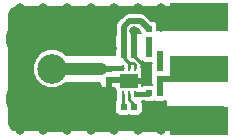
<source format=gtl>
G04 #@! TF.FileFunction,Copper,L1,Top,Signal*
%FSLAX46Y46*%
G04 Gerber Fmt 4.6, Leading zero omitted, Abs format (unit mm)*
G04 Created by KiCad (PCBNEW 4.1.0-alpha+201605071002+6776~44~ubuntu14.04.1-product) date Mon 30 May 2016 00:28:20 BST*
%MOMM*%
%LPD*%
G01*
G04 APERTURE LIST*
%ADD10C,0.100000*%
%ADD11R,0.620000X0.620000*%
%ADD12R,0.280000X0.500000*%
%ADD13R,0.500000X0.500000*%
%ADD14R,1.500000X1.280000*%
%ADD15C,2.500000*%
%ADD16C,2.800000*%
%ADD17R,5.000000X2.300000*%
%ADD18R,5.000000X2.400000*%
%ADD19C,0.800000*%
%ADD20C,0.500000*%
%ADD21C,0.250000*%
%ADD22C,0.400000*%
%ADD23C,0.450000*%
%ADD24C,1.000000*%
%ADD25C,0.200000*%
G04 APERTURE END LIST*
D10*
D11*
X136050000Y-97650000D03*
X136950000Y-97650000D03*
X136050000Y-98850000D03*
X136950000Y-98850000D03*
X138200000Y-102050000D03*
X139100000Y-102050000D03*
D12*
X137040000Y-99960000D03*
X136500000Y-99960000D03*
X135960000Y-99960000D03*
X135960000Y-102140000D03*
X136500000Y-102140000D03*
X137040000Y-102140000D03*
D13*
X136850000Y-100700000D03*
X136150000Y-100700000D03*
X136850000Y-101400000D03*
X136150000Y-101400000D03*
D14*
X136500000Y-101050000D03*
D11*
X134800000Y-100050000D03*
X134800000Y-100950000D03*
X136050000Y-103250000D03*
X136950000Y-103250000D03*
X138200000Y-96650000D03*
X138200000Y-97550000D03*
X138200000Y-98750000D03*
X139100000Y-98750000D03*
X139100000Y-99950000D03*
X139100000Y-100850000D03*
D15*
X130000000Y-100000000D03*
D16*
X132540000Y-102540000D03*
X132540000Y-97460000D03*
X127460000Y-102540000D03*
X127460000Y-97460000D03*
D17*
X142450000Y-100000000D03*
D18*
X142450000Y-95625000D03*
X142450000Y-104375000D03*
D19*
X134750000Y-96950000D03*
X134700000Y-98425000D03*
X138025000Y-103550000D03*
X134800000Y-103450000D03*
X127250000Y-94850000D03*
X129250000Y-94850000D03*
X131250000Y-94850000D03*
X133250000Y-94850000D03*
X135250000Y-94850000D03*
X137250000Y-94850000D03*
X127250000Y-105150000D03*
X129250000Y-105150000D03*
X131250000Y-105150000D03*
X133250000Y-105150000D03*
X135250000Y-105150000D03*
X137250000Y-105150000D03*
X137900000Y-99863590D03*
X136950000Y-96800000D03*
X137900000Y-101050000D03*
X134800000Y-101950000D03*
X139250000Y-105150000D03*
X139250000Y-103550000D03*
X139250000Y-104350000D03*
X139250000Y-96450000D03*
X139250000Y-94850000D03*
X139250000Y-95650000D03*
D20*
X138200000Y-96650000D02*
X137499999Y-95949999D01*
X137499999Y-95949999D02*
X136541999Y-95949999D01*
X136541999Y-95949999D02*
X136050000Y-96441998D01*
X136050000Y-96441998D02*
X136050000Y-96840000D01*
X136050000Y-96840000D02*
X136050000Y-97650000D01*
D21*
X137040000Y-99960000D02*
X137040000Y-99640000D01*
X137040000Y-99640000D02*
X136924998Y-99524998D01*
X136924998Y-99524998D02*
X136500000Y-99524998D01*
X136500000Y-99960000D02*
X136500000Y-99524998D01*
X136500000Y-99524998D02*
X136050000Y-99074998D01*
X136050000Y-99074998D02*
X136050000Y-98850000D01*
D20*
X136050000Y-97650000D02*
X136050000Y-98850000D01*
X134750000Y-96950000D02*
X134750000Y-98375000D01*
X134750000Y-96375000D02*
X134750000Y-96950000D01*
X135250000Y-94850000D02*
X135250000Y-95875000D01*
X135250000Y-95875000D02*
X134750000Y-96375000D01*
X134750000Y-98375000D02*
X134700000Y-98425000D01*
X139250000Y-103550000D02*
X138025000Y-103550000D01*
X134800000Y-101950000D02*
X134800000Y-103450000D01*
X136950000Y-97650000D02*
X136950000Y-98850000D01*
D21*
X131250000Y-94850000D02*
X129250000Y-94850000D01*
X135250000Y-94850000D02*
X133250000Y-94850000D01*
X139250000Y-94850000D02*
X137250000Y-94850000D01*
X139250000Y-94850000D02*
X139250000Y-95650000D01*
X131250000Y-105150000D02*
X129250000Y-105150000D01*
X135250000Y-105150000D02*
X133250000Y-105150000D01*
X139250000Y-105150000D02*
X137250000Y-105150000D01*
X137900000Y-101050000D02*
X137900000Y-99863590D01*
X136950000Y-98850000D02*
X136950000Y-98913590D01*
X136950000Y-98913590D02*
X137900000Y-99863590D01*
D20*
X136950000Y-97650000D02*
X136950000Y-96800000D01*
X136500000Y-101050000D02*
X137900000Y-101050000D01*
X134800000Y-100950000D02*
X136400000Y-100950000D01*
X136400000Y-100950000D02*
X136500000Y-101050000D01*
X134800000Y-100950000D02*
X134800000Y-101950000D01*
X139250000Y-104350000D02*
X139250000Y-103550000D01*
X142450000Y-104375000D02*
X139275000Y-104375000D01*
X139275000Y-104375000D02*
X139250000Y-104350000D01*
X142450000Y-95625000D02*
X139275000Y-95625000D01*
X139275000Y-95625000D02*
X139250000Y-95600000D01*
D21*
X137040000Y-102140000D02*
X137140000Y-102140000D01*
D22*
X137140000Y-102140000D02*
X138110000Y-102140000D01*
X138110000Y-102140000D02*
X138200000Y-102050000D01*
D20*
X139100000Y-100850000D02*
X139100000Y-102050000D01*
X139100000Y-100850000D02*
X141600000Y-100850000D01*
X141600000Y-100850000D02*
X142450000Y-100000000D01*
D21*
X134150000Y-100000000D02*
X134200000Y-100050000D01*
X134200000Y-100050000D02*
X134800000Y-100050000D01*
D23*
X135810000Y-99960000D02*
X134790000Y-99960000D01*
D21*
X135960000Y-99960000D02*
X135810000Y-99960000D01*
D24*
X130000000Y-100000000D02*
X134150000Y-100000000D01*
D22*
X134890000Y-99960000D02*
X134800000Y-100050000D01*
D20*
X134750000Y-100000000D02*
X134800000Y-100050000D01*
D21*
X135960000Y-102140000D02*
X135960000Y-103160000D01*
X135960000Y-103160000D02*
X136050000Y-103250000D01*
X136950000Y-103250000D02*
X136950000Y-103025002D01*
X136950000Y-103025002D02*
X136500000Y-102575002D01*
X136500000Y-102575002D02*
X136500000Y-102140000D01*
D20*
X138200000Y-97550000D02*
X138200000Y-98750000D01*
X139100000Y-98750000D02*
X139100000Y-99950000D01*
D25*
G36*
X144545000Y-96750000D02*
X138917836Y-96750000D01*
X138917836Y-96340000D01*
X138886791Y-96183928D01*
X138798384Y-96051616D01*
X138666072Y-95963209D01*
X138510000Y-95932164D01*
X138401402Y-95932164D01*
X137959618Y-95490380D01*
X137748744Y-95349477D01*
X137707475Y-95341268D01*
X137499999Y-95299999D01*
X136541999Y-95299999D01*
X136293255Y-95349477D01*
X136082380Y-95490379D01*
X135590381Y-95982379D01*
X135449478Y-96193253D01*
X135449478Y-96193254D01*
X135400000Y-96441998D01*
X135400000Y-97128866D01*
X135363209Y-97183928D01*
X135332164Y-97340000D01*
X135332164Y-97960000D01*
X135363209Y-98116072D01*
X135400000Y-98171134D01*
X135400000Y-98328866D01*
X135363209Y-98383928D01*
X135332164Y-98540000D01*
X135332164Y-98800000D01*
X131133511Y-98800000D01*
X130935870Y-98602014D01*
X130329645Y-98350287D01*
X129673235Y-98349715D01*
X129066571Y-98600383D01*
X128602014Y-99064130D01*
X128350287Y-99670355D01*
X128349715Y-100326765D01*
X128600383Y-100933429D01*
X129064130Y-101397986D01*
X129670355Y-101649713D01*
X130326765Y-101650285D01*
X130933429Y-101399617D01*
X131133395Y-101200000D01*
X134090000Y-101200000D01*
X134090000Y-101339565D01*
X134150896Y-101486582D01*
X134263418Y-101599104D01*
X134410435Y-101660000D01*
X134650000Y-101660000D01*
X134750000Y-101560000D01*
X134750000Y-101000000D01*
X134730000Y-101000000D01*
X134730000Y-100900000D01*
X134750000Y-100900000D01*
X134750000Y-100880000D01*
X134850000Y-100880000D01*
X134850000Y-100900000D01*
X134870000Y-100900000D01*
X134870000Y-101000000D01*
X134850000Y-101000000D01*
X134850000Y-101560000D01*
X134950000Y-101660000D01*
X135189565Y-101660000D01*
X135336582Y-101599104D01*
X135350000Y-101585686D01*
X135350000Y-101769565D01*
X135410896Y-101916582D01*
X135412164Y-101917850D01*
X135412164Y-102390000D01*
X135435000Y-102504803D01*
X135435000Y-102676484D01*
X135363209Y-102783928D01*
X135332164Y-102940000D01*
X135332164Y-103560000D01*
X135363209Y-103716072D01*
X135451616Y-103848384D01*
X135583928Y-103936791D01*
X135740000Y-103967836D01*
X136360000Y-103967836D01*
X136500000Y-103939988D01*
X136640000Y-103967836D01*
X137260000Y-103967836D01*
X137416072Y-103936791D01*
X137548384Y-103848384D01*
X137636791Y-103716072D01*
X137667836Y-103560000D01*
X137667836Y-102940000D01*
X137636791Y-102783928D01*
X137607440Y-102740000D01*
X137750061Y-102740000D01*
X137890000Y-102767836D01*
X138510000Y-102767836D01*
X138650000Y-102739988D01*
X138790000Y-102767836D01*
X139410000Y-102767836D01*
X139566072Y-102736791D01*
X139600000Y-102714121D01*
X139600000Y-103150000D01*
X139607612Y-103188268D01*
X139629289Y-103220711D01*
X139661732Y-103242388D01*
X139700000Y-103250000D01*
X144545000Y-103250000D01*
X144545000Y-105195000D01*
X126989888Y-105195000D01*
X126725340Y-105142378D01*
X126534882Y-105015118D01*
X126407622Y-104824660D01*
X126355000Y-104560112D01*
X126355000Y-95439888D01*
X126407622Y-95175340D01*
X126534882Y-94984882D01*
X126725340Y-94857622D01*
X126989888Y-94805000D01*
X144545000Y-94805000D01*
X144545000Y-96750000D01*
X144545000Y-96750000D01*
G37*
X144545000Y-96750000D02*
X138917836Y-96750000D01*
X138917836Y-96340000D01*
X138886791Y-96183928D01*
X138798384Y-96051616D01*
X138666072Y-95963209D01*
X138510000Y-95932164D01*
X138401402Y-95932164D01*
X137959618Y-95490380D01*
X137748744Y-95349477D01*
X137707475Y-95341268D01*
X137499999Y-95299999D01*
X136541999Y-95299999D01*
X136293255Y-95349477D01*
X136082380Y-95490379D01*
X135590381Y-95982379D01*
X135449478Y-96193253D01*
X135449478Y-96193254D01*
X135400000Y-96441998D01*
X135400000Y-97128866D01*
X135363209Y-97183928D01*
X135332164Y-97340000D01*
X135332164Y-97960000D01*
X135363209Y-98116072D01*
X135400000Y-98171134D01*
X135400000Y-98328866D01*
X135363209Y-98383928D01*
X135332164Y-98540000D01*
X135332164Y-98800000D01*
X131133511Y-98800000D01*
X130935870Y-98602014D01*
X130329645Y-98350287D01*
X129673235Y-98349715D01*
X129066571Y-98600383D01*
X128602014Y-99064130D01*
X128350287Y-99670355D01*
X128349715Y-100326765D01*
X128600383Y-100933429D01*
X129064130Y-101397986D01*
X129670355Y-101649713D01*
X130326765Y-101650285D01*
X130933429Y-101399617D01*
X131133395Y-101200000D01*
X134090000Y-101200000D01*
X134090000Y-101339565D01*
X134150896Y-101486582D01*
X134263418Y-101599104D01*
X134410435Y-101660000D01*
X134650000Y-101660000D01*
X134750000Y-101560000D01*
X134750000Y-101000000D01*
X134730000Y-101000000D01*
X134730000Y-100900000D01*
X134750000Y-100900000D01*
X134750000Y-100880000D01*
X134850000Y-100880000D01*
X134850000Y-100900000D01*
X134870000Y-100900000D01*
X134870000Y-101000000D01*
X134850000Y-101000000D01*
X134850000Y-101560000D01*
X134950000Y-101660000D01*
X135189565Y-101660000D01*
X135336582Y-101599104D01*
X135350000Y-101585686D01*
X135350000Y-101769565D01*
X135410896Y-101916582D01*
X135412164Y-101917850D01*
X135412164Y-102390000D01*
X135435000Y-102504803D01*
X135435000Y-102676484D01*
X135363209Y-102783928D01*
X135332164Y-102940000D01*
X135332164Y-103560000D01*
X135363209Y-103716072D01*
X135451616Y-103848384D01*
X135583928Y-103936791D01*
X135740000Y-103967836D01*
X136360000Y-103967836D01*
X136500000Y-103939988D01*
X136640000Y-103967836D01*
X137260000Y-103967836D01*
X137416072Y-103936791D01*
X137548384Y-103848384D01*
X137636791Y-103716072D01*
X137667836Y-103560000D01*
X137667836Y-102940000D01*
X137636791Y-102783928D01*
X137607440Y-102740000D01*
X137750061Y-102740000D01*
X137890000Y-102767836D01*
X138510000Y-102767836D01*
X138650000Y-102739988D01*
X138790000Y-102767836D01*
X139410000Y-102767836D01*
X139566072Y-102736791D01*
X139600000Y-102714121D01*
X139600000Y-103150000D01*
X139607612Y-103188268D01*
X139629289Y-103220711D01*
X139661732Y-103242388D01*
X139700000Y-103250000D01*
X144545000Y-103250000D01*
X144545000Y-105195000D01*
X126989888Y-105195000D01*
X126725340Y-105142378D01*
X126534882Y-105015118D01*
X126407622Y-104824660D01*
X126355000Y-104560112D01*
X126355000Y-95439888D01*
X126407622Y-95175340D01*
X126534882Y-94984882D01*
X126725340Y-94857622D01*
X126989888Y-94805000D01*
X144545000Y-94805000D01*
X144545000Y-96750000D01*
G36*
X137733928Y-99436791D02*
X137890000Y-99467836D01*
X138423961Y-99467836D01*
X138413209Y-99483928D01*
X138382164Y-99640000D01*
X138382164Y-100260000D01*
X138410012Y-100400000D01*
X138382164Y-100540000D01*
X138382164Y-101160000D01*
X138413209Y-101316072D01*
X138423961Y-101332164D01*
X137890000Y-101332164D01*
X137733928Y-101363209D01*
X137650000Y-101419287D01*
X137650000Y-101200000D01*
X137550000Y-101100000D01*
X137500000Y-101100000D01*
X137500000Y-101070435D01*
X137491536Y-101050000D01*
X137500000Y-101029565D01*
X137500000Y-101000000D01*
X137550000Y-101000000D01*
X137650000Y-100900000D01*
X137650000Y-100330435D01*
X137589104Y-100183418D01*
X137587836Y-100182150D01*
X137587836Y-99710000D01*
X137556791Y-99553928D01*
X137544102Y-99534937D01*
X137528614Y-99457072D01*
X137599104Y-99386582D01*
X137612041Y-99355350D01*
X137733928Y-99436791D01*
X137733928Y-99436791D01*
G37*
X137733928Y-99436791D02*
X137890000Y-99467836D01*
X138423961Y-99467836D01*
X138413209Y-99483928D01*
X138382164Y-99640000D01*
X138382164Y-100260000D01*
X138410012Y-100400000D01*
X138382164Y-100540000D01*
X138382164Y-101160000D01*
X138413209Y-101316072D01*
X138423961Y-101332164D01*
X137890000Y-101332164D01*
X137733928Y-101363209D01*
X137650000Y-101419287D01*
X137650000Y-101200000D01*
X137550000Y-101100000D01*
X137500000Y-101100000D01*
X137500000Y-101070435D01*
X137491536Y-101050000D01*
X137500000Y-101029565D01*
X137500000Y-101000000D01*
X137550000Y-101000000D01*
X137650000Y-100900000D01*
X137650000Y-100330435D01*
X137589104Y-100183418D01*
X137587836Y-100182150D01*
X137587836Y-99710000D01*
X137556791Y-99553928D01*
X137544102Y-99534937D01*
X137528614Y-99457072D01*
X137599104Y-99386582D01*
X137612041Y-99355350D01*
X137733928Y-99436791D01*
G36*
X137482164Y-96851402D02*
X137482164Y-96960000D01*
X137491222Y-97005536D01*
X137486582Y-97000896D01*
X137339565Y-96940000D01*
X137100000Y-96940000D01*
X137000000Y-97040000D01*
X137000000Y-97600000D01*
X137020000Y-97600000D01*
X137020000Y-97700000D01*
X137000000Y-97700000D01*
X137000000Y-98800000D01*
X137020000Y-98800000D01*
X137020000Y-98900000D01*
X137000000Y-98900000D01*
X137000000Y-98920000D01*
X136900000Y-98920000D01*
X136900000Y-98900000D01*
X136880000Y-98900000D01*
X136880000Y-98800000D01*
X136900000Y-98800000D01*
X136900000Y-97700000D01*
X136880000Y-97700000D01*
X136880000Y-97600000D01*
X136900000Y-97600000D01*
X136900000Y-97040000D01*
X136800000Y-96940000D01*
X136700000Y-96940000D01*
X136700000Y-96711236D01*
X136811238Y-96599999D01*
X137230761Y-96599999D01*
X137482164Y-96851402D01*
X137482164Y-96851402D01*
G37*
X137482164Y-96851402D02*
X137482164Y-96960000D01*
X137491222Y-97005536D01*
X137486582Y-97000896D01*
X137339565Y-96940000D01*
X137100000Y-96940000D01*
X137000000Y-97040000D01*
X137000000Y-97600000D01*
X137020000Y-97600000D01*
X137020000Y-97700000D01*
X137000000Y-97700000D01*
X137000000Y-98800000D01*
X137020000Y-98800000D01*
X137020000Y-98900000D01*
X137000000Y-98900000D01*
X137000000Y-98920000D01*
X136900000Y-98920000D01*
X136900000Y-98900000D01*
X136880000Y-98900000D01*
X136880000Y-98800000D01*
X136900000Y-98800000D01*
X136900000Y-97700000D01*
X136880000Y-97700000D01*
X136880000Y-97600000D01*
X136900000Y-97600000D01*
X136900000Y-97040000D01*
X136800000Y-96940000D01*
X136700000Y-96940000D01*
X136700000Y-96711236D01*
X136811238Y-96599999D01*
X137230761Y-96599999D01*
X137482164Y-96851402D01*
M02*

</source>
